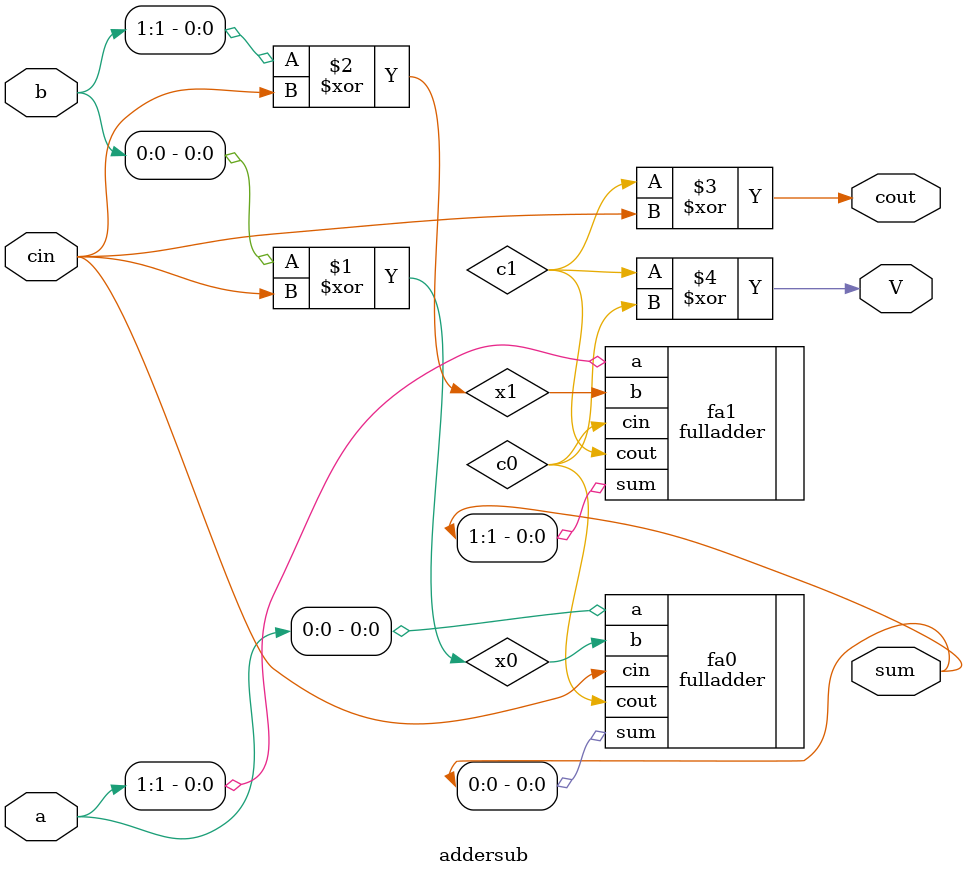
<source format=sv>
`timescale 1ns / 1ps

module addersub(input cin,
                input [1:0] a, b,
                output cout, V,
                output [1:0] sum);
                
        wire x0,x1;
        wire c0;
        
        xor (x0, b[0], cin);
        xor (x1, b[1], cin);
        xor (cout, c1, cin);
        xor (V, c1, c0); 
        
        fulladder fa0(.a(a[0]), .b(x0), .cin(cin), .sum(sum[0]), .cout(c0));
        fulladder fa1(.a(a[1]), .b(x1), .cin(c0), .sum(sum[1]), .cout(c1));
        
        
        endmodule
</source>
